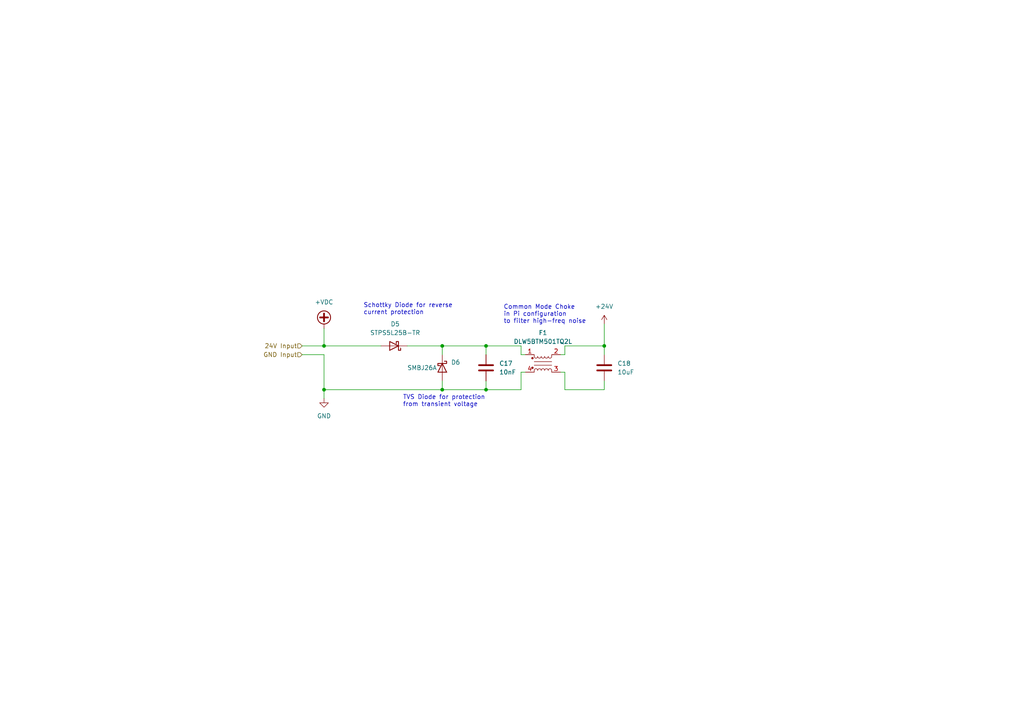
<source format=kicad_sch>
(kicad_sch (version 20230121) (generator eeschema)

  (uuid f3384b82-c825-41f2-803b-15668a3a8d20)

  (paper "A4")

  (title_block
    (title "AMS Master by Jakub Sułek")
    (date "2023-06-27")
    (rev "7")
  )

  (lib_symbols
    (symbol "Device:C" (pin_numbers hide) (pin_names (offset 0.254)) (in_bom yes) (on_board yes)
      (property "Reference" "C" (at 0.635 2.54 0)
        (effects (font (size 1.27 1.27)) (justify left))
      )
      (property "Value" "C" (at 0.635 -2.54 0)
        (effects (font (size 1.27 1.27)) (justify left))
      )
      (property "Footprint" "" (at 0.9652 -3.81 0)
        (effects (font (size 1.27 1.27)) hide)
      )
      (property "Datasheet" "~" (at 0 0 0)
        (effects (font (size 1.27 1.27)) hide)
      )
      (property "ki_keywords" "cap capacitor" (at 0 0 0)
        (effects (font (size 1.27 1.27)) hide)
      )
      (property "ki_description" "Unpolarized capacitor" (at 0 0 0)
        (effects (font (size 1.27 1.27)) hide)
      )
      (property "ki_fp_filters" "C_*" (at 0 0 0)
        (effects (font (size 1.27 1.27)) hide)
      )
      (symbol "C_0_1"
        (polyline
          (pts
            (xy -2.032 -0.762)
            (xy 2.032 -0.762)
          )
          (stroke (width 0.508) (type default))
          (fill (type none))
        )
        (polyline
          (pts
            (xy -2.032 0.762)
            (xy 2.032 0.762)
          )
          (stroke (width 0.508) (type default))
          (fill (type none))
        )
      )
      (symbol "C_1_1"
        (pin passive line (at 0 3.81 270) (length 2.794)
          (name "~" (effects (font (size 1.27 1.27))))
          (number "1" (effects (font (size 1.27 1.27))))
        )
        (pin passive line (at 0 -3.81 90) (length 2.794)
          (name "~" (effects (font (size 1.27 1.27))))
          (number "2" (effects (font (size 1.27 1.27))))
        )
      )
    )
    (symbol "Diode:B120-E3" (pin_numbers hide) (pin_names hide) (in_bom yes) (on_board yes)
      (property "Reference" "D" (at 0 2.54 0)
        (effects (font (size 1.27 1.27)))
      )
      (property "Value" "B120-E3" (at 0 -2.54 0)
        (effects (font (size 1.27 1.27)))
      )
      (property "Footprint" "Diode_SMD:D_SMA" (at 0 -4.445 0)
        (effects (font (size 1.27 1.27)) hide)
      )
      (property "Datasheet" "http://www.vishay.com/docs/88946/b120.pdf" (at 0 0 0)
        (effects (font (size 1.27 1.27)) hide)
      )
      (property "ki_keywords" "diode Schottky" (at 0 0 0)
        (effects (font (size 1.27 1.27)) hide)
      )
      (property "ki_description" "20V 1A Schottky Barrier Rectifier Diode, SMA(DO-214AC)" (at 0 0 0)
        (effects (font (size 1.27 1.27)) hide)
      )
      (property "ki_fp_filters" "D*SMA*" (at 0 0 0)
        (effects (font (size 1.27 1.27)) hide)
      )
      (symbol "B120-E3_0_1"
        (polyline
          (pts
            (xy 1.27 0)
            (xy -1.27 0)
          )
          (stroke (width 0) (type default))
          (fill (type none))
        )
        (polyline
          (pts
            (xy 1.27 1.27)
            (xy 1.27 -1.27)
            (xy -1.27 0)
            (xy 1.27 1.27)
          )
          (stroke (width 0.254) (type default))
          (fill (type none))
        )
        (polyline
          (pts
            (xy -1.905 0.635)
            (xy -1.905 1.27)
            (xy -1.27 1.27)
            (xy -1.27 -1.27)
            (xy -0.635 -1.27)
            (xy -0.635 -0.635)
          )
          (stroke (width 0.254) (type default))
          (fill (type none))
        )
      )
      (symbol "B120-E3_1_1"
        (pin passive line (at -3.81 0 0) (length 2.54)
          (name "K" (effects (font (size 1.27 1.27))))
          (number "1" (effects (font (size 1.27 1.27))))
        )
        (pin passive line (at 3.81 0 180) (length 2.54)
          (name "A" (effects (font (size 1.27 1.27))))
          (number "2" (effects (font (size 1.27 1.27))))
        )
      )
    )
    (symbol "Diode:B230" (pin_numbers hide) (pin_names (offset 1.016) hide) (in_bom yes) (on_board yes)
      (property "Reference" "D" (at 0 2.54 0)
        (effects (font (size 1.27 1.27)))
      )
      (property "Value" "B230" (at 0 -2.54 0)
        (effects (font (size 1.27 1.27)))
      )
      (property "Footprint" "Diode_SMD:D_SMB" (at 0 -4.445 0)
        (effects (font (size 1.27 1.27)) hide)
      )
      (property "Datasheet" "http://www.jameco.com/Jameco/Products/ProdDS/1538777.pdf" (at 0 0 0)
        (effects (font (size 1.27 1.27)) hide)
      )
      (property "ki_keywords" "diode Schottky" (at 0 0 0)
        (effects (font (size 1.27 1.27)) hide)
      )
      (property "ki_description" "30V 2A Schottky Barrier Rectifier Diode, SMB" (at 0 0 0)
        (effects (font (size 1.27 1.27)) hide)
      )
      (property "ki_fp_filters" "D*SMB*" (at 0 0 0)
        (effects (font (size 1.27 1.27)) hide)
      )
      (symbol "B230_0_1"
        (polyline
          (pts
            (xy 1.27 0)
            (xy -1.27 0)
          )
          (stroke (width 0) (type default))
          (fill (type none))
        )
        (polyline
          (pts
            (xy 1.27 1.27)
            (xy 1.27 -1.27)
            (xy -1.27 0)
            (xy 1.27 1.27)
          )
          (stroke (width 0.254) (type default))
          (fill (type none))
        )
        (polyline
          (pts
            (xy -1.905 0.635)
            (xy -1.905 1.27)
            (xy -1.27 1.27)
            (xy -1.27 -1.27)
            (xy -0.635 -1.27)
            (xy -0.635 -0.635)
          )
          (stroke (width 0.254) (type default))
          (fill (type none))
        )
      )
      (symbol "B230_1_1"
        (pin passive line (at -3.81 0 0) (length 2.54)
          (name "K" (effects (font (size 1.27 1.27))))
          (number "1" (effects (font (size 1.27 1.27))))
        )
        (pin passive line (at 3.81 0 180) (length 2.54)
          (name "A" (effects (font (size 1.27 1.27))))
          (number "2" (effects (font (size 1.27 1.27))))
        )
      )
    )
    (symbol "Filter:DLW5BTM501TQ2L" (pin_names hide) (in_bom yes) (on_board yes)
      (property "Reference" "F" (at 0 0 0)
        (effects (font (size 1.27 1.27)))
      )
      (property "Value" "DLW5BTM501TQ2L" (at 0 0 0)
        (effects (font (size 1.27 1.27)))
      )
      (property "Footprint" "" (at 0 0 0)
        (effects (font (size 1.27 1.27)) hide)
      )
      (property "Datasheet" "https://www.murata.com/en-us/products/productdata/8796761587742/EFLC0025.pdf" (at 0 0 0)
        (effects (font (size 1.27 1.27)) hide)
      )
      (property "ki_keywords" "cmc common mode choke" (at 0 0 0)
        (effects (font (size 1.27 1.27)) hide)
      )
      (property "ki_description" "2 Line Common Mode Choke Surface Mount 500 Ohms @ 100 MHz 4A DCR 27mOhm" (at 0 0 0)
        (effects (font (size 1.27 1.27)) hide)
      )
      (symbol "DLW5BTM501TQ2L_1_1"
        (circle (center -3.048 -10.16) (radius 0.254)
          (stroke (width 0) (type default))
          (fill (type outline))
        )
        (circle (center -3.048 -7.366) (radius 0.254)
          (stroke (width 0) (type default))
          (fill (type outline))
        )
        (arc (start -2.54 -6.858) (mid -2.032 -7.3638) (end -1.524 -6.858)
          (stroke (width 0) (type default))
          (fill (type none))
        )
        (arc (start -1.524 -10.922) (mid -2.032 -10.4162) (end -2.54 -10.922)
          (stroke (width 0) (type default))
          (fill (type none))
        )
        (arc (start -1.524 -6.858) (mid -1.016 -7.3638) (end -0.508 -6.858)
          (stroke (width 0) (type default))
          (fill (type none))
        )
        (arc (start -0.508 -10.922) (mid -1.016 -10.4162) (end -1.524 -10.922)
          (stroke (width 0) (type default))
          (fill (type none))
        )
        (arc (start -0.508 -6.858) (mid 0 -7.3638) (end 0.508 -6.858)
          (stroke (width 0) (type default))
          (fill (type none))
        )
        (polyline
          (pts
            (xy -2.54 -10.922)
            (xy -2.54 -11.43)
          )
          (stroke (width 0) (type default))
          (fill (type none))
        )
        (polyline
          (pts
            (xy -2.54 -8.382)
            (xy 2.54 -8.382)
          )
          (stroke (width 0) (type default))
          (fill (type none))
        )
        (polyline
          (pts
            (xy -2.54 -6.858)
            (xy -2.54 -6.35)
          )
          (stroke (width 0) (type default))
          (fill (type none))
        )
        (polyline
          (pts
            (xy 2.54 -10.922)
            (xy 2.54 -11.43)
          )
          (stroke (width 0) (type default))
          (fill (type none))
        )
        (polyline
          (pts
            (xy 2.54 -9.398)
            (xy -2.54 -9.398)
          )
          (stroke (width 0) (type default))
          (fill (type none))
        )
        (polyline
          (pts
            (xy 2.54 -6.35)
            (xy 2.54 -6.858)
          )
          (stroke (width 0) (type default))
          (fill (type none))
        )
        (arc (start 0.508 -10.922) (mid 0 -10.4162) (end -0.508 -10.922)
          (stroke (width 0) (type default))
          (fill (type none))
        )
        (arc (start 0.508 -6.858) (mid 1.016 -7.3638) (end 1.524 -6.858)
          (stroke (width 0) (type default))
          (fill (type none))
        )
        (arc (start 1.524 -10.922) (mid 1.016 -10.4162) (end 0.508 -10.922)
          (stroke (width 0) (type default))
          (fill (type none))
        )
        (arc (start 1.524 -6.858) (mid 2.032 -7.3638) (end 2.54 -6.858)
          (stroke (width 0) (type default))
          (fill (type none))
        )
        (arc (start 2.54 -10.922) (mid 2.032 -10.4162) (end 1.524 -10.922)
          (stroke (width 0) (type default))
          (fill (type none))
        )
        (pin passive line (at -5.08 -6.35 0) (length 2.54)
          (name "1" (effects (font (size 1.27 1.27))))
          (number "1" (effects (font (size 1.27 1.27))))
        )
        (pin passive line (at 5.08 -6.35 180) (length 2.54)
          (name "2" (effects (font (size 1.27 1.27))))
          (number "2" (effects (font (size 1.27 1.27))))
        )
        (pin passive line (at 5.08 -11.43 180) (length 2.54)
          (name "3" (effects (font (size 1.27 1.27))))
          (number "3" (effects (font (size 1.27 1.27))))
        )
        (pin passive line (at -5.08 -11.43 0) (length 2.54)
          (name "4" (effects (font (size 1.27 1.27))))
          (number "4" (effects (font (size 1.27 1.27))))
        )
      )
    )
    (symbol "power:+24V" (power) (pin_names (offset 0)) (in_bom yes) (on_board yes)
      (property "Reference" "#PWR" (at 0 -3.81 0)
        (effects (font (size 1.27 1.27)) hide)
      )
      (property "Value" "+24V" (at 0 3.556 0)
        (effects (font (size 1.27 1.27)))
      )
      (property "Footprint" "" (at 0 0 0)
        (effects (font (size 1.27 1.27)) hide)
      )
      (property "Datasheet" "" (at 0 0 0)
        (effects (font (size 1.27 1.27)) hide)
      )
      (property "ki_keywords" "power-flag" (at 0 0 0)
        (effects (font (size 1.27 1.27)) hide)
      )
      (property "ki_description" "Power symbol creates a global label with name \"+24V\"" (at 0 0 0)
        (effects (font (size 1.27 1.27)) hide)
      )
      (symbol "+24V_0_1"
        (polyline
          (pts
            (xy -0.762 1.27)
            (xy 0 2.54)
          )
          (stroke (width 0) (type default))
          (fill (type none))
        )
        (polyline
          (pts
            (xy 0 0)
            (xy 0 2.54)
          )
          (stroke (width 0) (type default))
          (fill (type none))
        )
        (polyline
          (pts
            (xy 0 2.54)
            (xy 0.762 1.27)
          )
          (stroke (width 0) (type default))
          (fill (type none))
        )
      )
      (symbol "+24V_1_1"
        (pin power_in line (at 0 0 90) (length 0) hide
          (name "+24V" (effects (font (size 1.27 1.27))))
          (number "1" (effects (font (size 1.27 1.27))))
        )
      )
    )
    (symbol "power:+VDC" (power) (pin_names (offset 0)) (in_bom yes) (on_board yes)
      (property "Reference" "#PWR" (at 0 -2.54 0)
        (effects (font (size 1.27 1.27)) hide)
      )
      (property "Value" "+VDC" (at 0 6.35 0)
        (effects (font (size 1.27 1.27)))
      )
      (property "Footprint" "" (at 0 0 0)
        (effects (font (size 1.27 1.27)) hide)
      )
      (property "Datasheet" "" (at 0 0 0)
        (effects (font (size 1.27 1.27)) hide)
      )
      (property "ki_keywords" "global power" (at 0 0 0)
        (effects (font (size 1.27 1.27)) hide)
      )
      (property "ki_description" "Power symbol creates a global label with name \"+VDC\"" (at 0 0 0)
        (effects (font (size 1.27 1.27)) hide)
      )
      (symbol "+VDC_0_1"
        (polyline
          (pts
            (xy -1.143 3.175)
            (xy 1.143 3.175)
          )
          (stroke (width 0.508) (type default))
          (fill (type none))
        )
        (polyline
          (pts
            (xy 0 0)
            (xy 0 1.27)
          )
          (stroke (width 0) (type default))
          (fill (type none))
        )
        (polyline
          (pts
            (xy 0 2.032)
            (xy 0 4.318)
          )
          (stroke (width 0.508) (type default))
          (fill (type none))
        )
        (circle (center 0 3.175) (radius 1.905)
          (stroke (width 0.254) (type default))
          (fill (type none))
        )
      )
      (symbol "+VDC_1_1"
        (pin power_in line (at 0 0 90) (length 0) hide
          (name "+VDC" (effects (font (size 1.27 1.27))))
          (number "1" (effects (font (size 1.27 1.27))))
        )
      )
    )
    (symbol "power:GND" (power) (pin_names (offset 0)) (in_bom yes) (on_board yes)
      (property "Reference" "#PWR" (at 0 -6.35 0)
        (effects (font (size 1.27 1.27)) hide)
      )
      (property "Value" "GND" (at 0 -3.81 0)
        (effects (font (size 1.27 1.27)))
      )
      (property "Footprint" "" (at 0 0 0)
        (effects (font (size 1.27 1.27)) hide)
      )
      (property "Datasheet" "" (at 0 0 0)
        (effects (font (size 1.27 1.27)) hide)
      )
      (property "ki_keywords" "power-flag" (at 0 0 0)
        (effects (font (size 1.27 1.27)) hide)
      )
      (property "ki_description" "Power symbol creates a global label with name \"GND\" , ground" (at 0 0 0)
        (effects (font (size 1.27 1.27)) hide)
      )
      (symbol "GND_0_1"
        (polyline
          (pts
            (xy 0 0)
            (xy 0 -1.27)
            (xy 1.27 -1.27)
            (xy 0 -2.54)
            (xy -1.27 -1.27)
            (xy 0 -1.27)
          )
          (stroke (width 0) (type default))
          (fill (type none))
        )
      )
      (symbol "GND_1_1"
        (pin power_in line (at 0 0 270) (length 0) hide
          (name "GND" (effects (font (size 1.27 1.27))))
          (number "1" (effects (font (size 1.27 1.27))))
        )
      )
    )
  )

  (junction (at 93.98 113.03) (diameter 0) (color 0 0 0 0)
    (uuid 693565a6-332d-4058-8c61-955cd14d26ef)
  )
  (junction (at 140.97 113.03) (diameter 0) (color 0 0 0 0)
    (uuid 89288d16-50d1-4e8b-80d7-42eb36e14508)
  )
  (junction (at 140.97 100.33) (diameter 0) (color 0 0 0 0)
    (uuid a4dbfd69-c91b-4eee-bcae-14db2b62f1c7)
  )
  (junction (at 93.98 100.33) (diameter 0) (color 0 0 0 0)
    (uuid c9e3361d-29f3-4fd0-9024-94573b550eb4)
  )
  (junction (at 128.27 113.03) (diameter 0) (color 0 0 0 0)
    (uuid d7a18e56-6a3f-40f5-8ed9-781cfa294100)
  )
  (junction (at 128.27 100.33) (diameter 0) (color 0 0 0 0)
    (uuid dc508116-fc8b-43e7-91ac-ffcbffe91f0b)
  )
  (junction (at 175.26 100.33) (diameter 0) (color 0 0 0 0)
    (uuid f9309e9f-45ac-484e-87e7-78d0e000bec9)
  )

  (wire (pts (xy 151.13 107.95) (xy 151.13 113.03))
    (stroke (width 0) (type default))
    (uuid 0cbc1125-e171-4903-852f-e36ccb25f553)
  )
  (wire (pts (xy 93.98 113.03) (xy 128.27 113.03))
    (stroke (width 0) (type default))
    (uuid 14e6b66c-9e7e-4d89-ae53-d3cf8787a79e)
  )
  (wire (pts (xy 163.83 102.87) (xy 162.56 102.87))
    (stroke (width 0) (type default))
    (uuid 19babd35-131e-4520-be08-b7e210cc6ba0)
  )
  (wire (pts (xy 128.27 100.33) (xy 118.11 100.33))
    (stroke (width 0) (type default))
    (uuid 36b7dc64-68e5-4a22-a093-1a05ba65202c)
  )
  (wire (pts (xy 175.26 93.98) (xy 175.26 100.33))
    (stroke (width 0) (type default))
    (uuid 3a03879e-b4da-4b7e-aeea-170551d5a4ab)
  )
  (wire (pts (xy 163.83 113.03) (xy 163.83 107.95))
    (stroke (width 0) (type default))
    (uuid 3c93455f-7d82-4396-87b2-b351144a48d3)
  )
  (wire (pts (xy 87.63 100.33) (xy 93.98 100.33))
    (stroke (width 0) (type default))
    (uuid 3d2f0be9-9426-41f0-81fb-fc61ed25a4b4)
  )
  (wire (pts (xy 151.13 107.95) (xy 152.4 107.95))
    (stroke (width 0) (type default))
    (uuid 3d97883b-2c32-43e3-a910-d2f42a9f1aa3)
  )
  (wire (pts (xy 175.26 102.87) (xy 175.26 100.33))
    (stroke (width 0) (type default))
    (uuid 5c8b3cbb-baf7-4420-9469-d3c47c530018)
  )
  (wire (pts (xy 128.27 102.87) (xy 128.27 100.33))
    (stroke (width 0) (type default))
    (uuid 677f9e1e-7706-40aa-a9ae-0517c7100400)
  )
  (wire (pts (xy 163.83 100.33) (xy 175.26 100.33))
    (stroke (width 0) (type default))
    (uuid 84ee64a1-dc53-4267-8649-11209ba13c55)
  )
  (wire (pts (xy 140.97 110.49) (xy 140.97 113.03))
    (stroke (width 0) (type default))
    (uuid 93d6ade3-db9f-4a6e-b47d-7f713058dff5)
  )
  (wire (pts (xy 93.98 100.33) (xy 110.49 100.33))
    (stroke (width 0) (type default))
    (uuid a62f4711-8438-4315-82cf-e4f63f1394c9)
  )
  (wire (pts (xy 93.98 113.03) (xy 93.98 115.57))
    (stroke (width 0) (type default))
    (uuid a88a9111-e1ea-43f3-9918-079d165bf0ec)
  )
  (wire (pts (xy 175.26 113.03) (xy 163.83 113.03))
    (stroke (width 0) (type default))
    (uuid b70900ed-d744-4c78-a19f-643a141f176f)
  )
  (wire (pts (xy 93.98 100.33) (xy 93.98 95.25))
    (stroke (width 0) (type default))
    (uuid bacbf2ef-5525-407a-8fed-d8417d003697)
  )
  (wire (pts (xy 140.97 100.33) (xy 140.97 102.87))
    (stroke (width 0) (type default))
    (uuid c383d68b-be34-47ce-9e43-6c0f28210846)
  )
  (wire (pts (xy 128.27 113.03) (xy 140.97 113.03))
    (stroke (width 0) (type default))
    (uuid c48ff643-3b37-47d2-a7e1-9aa18847fa73)
  )
  (wire (pts (xy 151.13 102.87) (xy 151.13 100.33))
    (stroke (width 0) (type default))
    (uuid d54d330a-9f7a-464d-ae1e-e8a8168069f6)
  )
  (wire (pts (xy 175.26 110.49) (xy 175.26 113.03))
    (stroke (width 0) (type default))
    (uuid d6cfaeea-dfba-42af-9fa0-1e447097d211)
  )
  (wire (pts (xy 163.83 100.33) (xy 163.83 102.87))
    (stroke (width 0) (type default))
    (uuid d823c7e0-0e27-4ca5-b906-2de5e095506d)
  )
  (wire (pts (xy 87.63 102.87) (xy 93.98 102.87))
    (stroke (width 0) (type default))
    (uuid db2866a7-cb22-45cb-b2f3-a901f975d3e8)
  )
  (wire (pts (xy 93.98 102.87) (xy 93.98 113.03))
    (stroke (width 0) (type default))
    (uuid de88d5aa-9446-46f7-b39f-3af8507c0340)
  )
  (wire (pts (xy 151.13 100.33) (xy 140.97 100.33))
    (stroke (width 0) (type default))
    (uuid dee2dbd6-72f4-4536-896a-814726059ee8)
  )
  (wire (pts (xy 163.83 107.95) (xy 162.56 107.95))
    (stroke (width 0) (type default))
    (uuid df59a2fd-0f51-43d1-ac64-2b83c59cefa4)
  )
  (wire (pts (xy 151.13 113.03) (xy 140.97 113.03))
    (stroke (width 0) (type default))
    (uuid ea58f1e0-8681-4710-a31e-bb951726159f)
  )
  (wire (pts (xy 128.27 100.33) (xy 140.97 100.33))
    (stroke (width 0) (type default))
    (uuid f13ba69e-589f-480c-bbb9-76fcc39531e9)
  )
  (wire (pts (xy 128.27 113.03) (xy 128.27 110.49))
    (stroke (width 0) (type default))
    (uuid f87f046b-e0bc-44bb-9a9f-7417d2ce73af)
  )
  (wire (pts (xy 152.4 102.87) (xy 151.13 102.87))
    (stroke (width 0) (type default))
    (uuid ffce62be-41da-489a-bb4c-8a8a003501d2)
  )

  (text "Common Mode Choke \nin Pi configuration\nto filter high-freq noise"
    (at 146.05 93.98 0)
    (effects (font (size 1.27 1.27)) (justify left bottom))
    (uuid 0d1ab1af-a773-4151-a282-6ffd18eaa4f1)
  )
  (text "Schottky Diode for reverse \ncurrent protection" (at 105.41 91.44 0)
    (effects (font (size 1.27 1.27)) (justify left bottom))
    (uuid 21ee6254-a630-4a93-8dcc-ed7b1dea94dc)
  )
  (text "TVS Diode for protection \nfrom transient voltage" (at 116.84 118.11 0)
    (effects (font (size 1.27 1.27)) (justify left bottom))
    (uuid ddc37366-4604-48b3-b3b4-05e2c815b011)
  )

  (hierarchical_label "24V Input" (shape input) (at 87.63 100.33 180) (fields_autoplaced)
    (effects (font (size 1.27 1.27)) (justify right))
    (uuid 8380a3bd-adce-49f2-a619-fa8edc5b9839)
  )
  (hierarchical_label "GND Input" (shape input) (at 87.63 102.87 180) (fields_autoplaced)
    (effects (font (size 1.27 1.27)) (justify right))
    (uuid fdf17045-06dd-4f7f-8506-55cc633b0a45)
  )

  (symbol (lib_id "power:+VDC") (at 93.98 95.25 0) (unit 1)
    (in_bom yes) (on_board yes) (dnp no) (fields_autoplaced)
    (uuid 068e20f9-9be3-49c9-994c-4e1e2eeab862)
    (property "Reference" "#PWR020" (at 93.98 97.79 0)
      (effects (font (size 1.27 1.27)) hide)
    )
    (property "Value" "+VDC" (at 93.98 87.63 0)
      (effects (font (size 1.27 1.27)))
    )
    (property "Footprint" "" (at 93.98 95.25 0)
      (effects (font (size 1.27 1.27)) hide)
    )
    (property "Datasheet" "" (at 93.98 95.25 0)
      (effects (font (size 1.27 1.27)) hide)
    )
    (pin "1" (uuid 47c7d564-4b12-4c1d-ace0-c8fa0d8b5d42))
    (instances
      (project "AMS Master V8"
        (path "/e63e39d7-6ac0-4ffd-8aa3-1841a4541b55/86cf66c4-54fe-46c2-ae46-40622d90b5b9"
          (reference "#PWR020") (unit 1)
        )
      )
    )
  )

  (symbol (lib_id "power:+24V") (at 175.26 93.98 0) (unit 1)
    (in_bom yes) (on_board yes) (dnp no) (fields_autoplaced)
    (uuid 0e56e4b6-4373-4fb5-ae59-30192de19a97)
    (property "Reference" "#PWR022" (at 175.26 97.79 0)
      (effects (font (size 1.27 1.27)) hide)
    )
    (property "Value" "+24V" (at 175.26 88.9 0)
      (effects (font (size 1.27 1.27)))
    )
    (property "Footprint" "" (at 175.26 93.98 0)
      (effects (font (size 1.27 1.27)) hide)
    )
    (property "Datasheet" "" (at 175.26 93.98 0)
      (effects (font (size 1.27 1.27)) hide)
    )
    (pin "1" (uuid 376259e4-20c9-4454-89c0-0c5701781844))
    (instances
      (project "AMS Master V8"
        (path "/e63e39d7-6ac0-4ffd-8aa3-1841a4541b55/86cf66c4-54fe-46c2-ae46-40622d90b5b9"
          (reference "#PWR022") (unit 1)
        )
      )
    )
  )

  (symbol (lib_id "Filter:DLW5BTM501TQ2L") (at 157.48 96.52 0) (unit 1)
    (in_bom yes) (on_board yes) (dnp no)
    (uuid 131f9fd8-6c92-4eb7-a8cd-76e4a1c887c3)
    (property "Reference" "F1" (at 157.48 96.52 0)
      (effects (font (size 1.27 1.27)))
    )
    (property "Value" "DLW5BTM501TQ2L" (at 157.48 99.06 0)
      (effects (font (size 1.27 1.27)))
    )
    (property "Footprint" "Filter:DLW5BTM501TQ2L" (at 157.48 96.52 0)
      (effects (font (size 1.27 1.27)) hide)
    )
    (property "Datasheet" "https://www.murata.com/en-us/products/productdata/8796761587742/EFLC0025.pdf" (at 157.48 96.52 0)
      (effects (font (size 1.27 1.27)) hide)
    )
    (pin "1" (uuid 784d4041-a7fd-4d71-bcc6-e8638205579e))
    (pin "2" (uuid a95bab02-c7c7-42c2-a18b-139136596930))
    (pin "3" (uuid 26862181-d9c9-4670-9cdb-c595594d267a))
    (pin "4" (uuid a173b4df-cda4-421c-a092-a0d15d1fb8ee))
    (instances
      (project "AMS Master V8"
        (path "/e63e39d7-6ac0-4ffd-8aa3-1841a4541b55/86cf66c4-54fe-46c2-ae46-40622d90b5b9"
          (reference "F1") (unit 1)
        )
      )
    )
  )

  (symbol (lib_id "Device:C") (at 175.26 106.68 0) (unit 1)
    (in_bom yes) (on_board yes) (dnp no) (fields_autoplaced)
    (uuid 2bb276a7-8ab2-4be3-9b32-a7ea311015c9)
    (property "Reference" "C18" (at 179.07 105.4099 0)
      (effects (font (size 1.27 1.27)) (justify left))
    )
    (property "Value" "10uF" (at 179.07 107.9499 0)
      (effects (font (size 1.27 1.27)) (justify left))
    )
    (property "Footprint" "Capacitor_SMD:C_0805_2012Metric_Pad1.18x1.45mm_HandSolder" (at 176.2252 110.49 0)
      (effects (font (size 1.27 1.27)) hide)
    )
    (property "Datasheet" "~" (at 175.26 106.68 0)
      (effects (font (size 1.27 1.27)) hide)
    )
    (pin "1" (uuid 3daf8e99-6801-4108-9132-918bf0b3e34b))
    (pin "2" (uuid 82a6d5df-9007-4ffd-8bd7-86ed638f5dbe))
    (instances
      (project "AMS Master V8"
        (path "/e63e39d7-6ac0-4ffd-8aa3-1841a4541b55/86cf66c4-54fe-46c2-ae46-40622d90b5b9"
          (reference "C18") (unit 1)
        )
      )
    )
  )

  (symbol (lib_id "Device:C") (at 140.97 106.68 0) (unit 1)
    (in_bom yes) (on_board yes) (dnp no) (fields_autoplaced)
    (uuid c0a82e1d-056a-4afd-943f-8f9fa6b2593d)
    (property "Reference" "C17" (at 144.78 105.4099 0)
      (effects (font (size 1.27 1.27)) (justify left))
    )
    (property "Value" "10nF" (at 144.78 107.9499 0)
      (effects (font (size 1.27 1.27)) (justify left))
    )
    (property "Footprint" "Capacitor_SMD:C_0805_2012Metric_Pad1.18x1.45mm_HandSolder" (at 141.9352 110.49 0)
      (effects (font (size 1.27 1.27)) hide)
    )
    (property "Datasheet" "~" (at 140.97 106.68 0)
      (effects (font (size 1.27 1.27)) hide)
    )
    (pin "1" (uuid f6239217-956e-431e-bc03-d3b89202f86b))
    (pin "2" (uuid 543985e7-cb14-4e99-8934-8bebec2cdfdb))
    (instances
      (project "AMS Master V8"
        (path "/e63e39d7-6ac0-4ffd-8aa3-1841a4541b55/86cf66c4-54fe-46c2-ae46-40622d90b5b9"
          (reference "C17") (unit 1)
        )
      )
    )
  )

  (symbol (lib_id "Diode:B230") (at 128.27 106.68 270) (unit 1)
    (in_bom yes) (on_board yes) (dnp no)
    (uuid cb14b043-cba6-410a-9d51-3e231a780108)
    (property "Reference" "D6" (at 130.81 105.0924 90)
      (effects (font (size 1.27 1.27)) (justify left))
    )
    (property "Value" "SMBJ26A\n" (at 118.11 106.68 90)
      (effects (font (size 1.27 1.27)) (justify left))
    )
    (property "Footprint" "Diode_SMD:D_SMB" (at 123.825 106.68 0)
      (effects (font (size 1.27 1.27)) hide)
    )
    (property "Datasheet" "chrome-extension://efaidnbmnnnibpcajpcglclefindmkaj/https://www.diodes.com/assets/Datasheets/ds19002.pdf" (at 128.27 106.68 0)
      (effects (font (size 1.27 1.27)) hide)
    )
    (pin "1" (uuid b4a5d898-2a8a-4aad-8a7b-45291102f535))
    (pin "2" (uuid a310a299-792a-4cd4-8ccf-3ba11bff76c5))
    (instances
      (project "AMS Master V8"
        (path "/e63e39d7-6ac0-4ffd-8aa3-1841a4541b55/86cf66c4-54fe-46c2-ae46-40622d90b5b9"
          (reference "D6") (unit 1)
        )
      )
    )
  )

  (symbol (lib_id "Diode:B120-E3") (at 114.3 100.33 180) (unit 1)
    (in_bom yes) (on_board yes) (dnp no) (fields_autoplaced)
    (uuid e85edf5b-91df-44ac-9f27-aad6cdb5a48d)
    (property "Reference" "D5" (at 114.6175 93.98 0)
      (effects (font (size 1.27 1.27)))
    )
    (property "Value" "STPS5L25B-TR" (at 114.6175 96.52 0)
      (effects (font (size 1.27 1.27)))
    )
    (property "Footprint" "Package_TO_SOT_SMD:TO-252-2_TabPin1" (at 114.3 95.885 0)
      (effects (font (size 1.27 1.27)) hide)
    )
    (property "Datasheet" "https://www.vishay.com/docs/86013/bys10.pdf" (at 114.3 100.33 0)
      (effects (font (size 1.27 1.27)) hide)
    )
    (pin "1" (uuid 69eb726e-19bb-48e1-9c99-6fe7184ce64d))
    (pin "2" (uuid f0087f22-9da4-4de2-96ce-9c34437a6e10))
    (instances
      (project "AMS Master V8"
        (path "/e63e39d7-6ac0-4ffd-8aa3-1841a4541b55/86cf66c4-54fe-46c2-ae46-40622d90b5b9"
          (reference "D5") (unit 1)
        )
      )
    )
  )

  (symbol (lib_id "power:GND") (at 93.98 115.57 0) (unit 1)
    (in_bom yes) (on_board yes) (dnp no) (fields_autoplaced)
    (uuid f3a9782f-4557-4a55-86db-81dedbb8d66b)
    (property "Reference" "#PWR021" (at 93.98 121.92 0)
      (effects (font (size 1.27 1.27)) hide)
    )
    (property "Value" "~" (at 93.98 120.65 0)
      (effects (font (size 1.27 1.27)))
    )
    (property "Footprint" "" (at 93.98 115.57 0)
      (effects (font (size 1.27 1.27)) hide)
    )
    (property "Datasheet" "" (at 93.98 115.57 0)
      (effects (font (size 1.27 1.27)) hide)
    )
    (pin "1" (uuid d110c14f-9d20-419b-8f92-d6470bcfd8b8))
    (instances
      (project "AMS Master V8"
        (path "/e63e39d7-6ac0-4ffd-8aa3-1841a4541b55/86cf66c4-54fe-46c2-ae46-40622d90b5b9"
          (reference "#PWR021") (unit 1)
        )
      )
    )
  )
)

</source>
